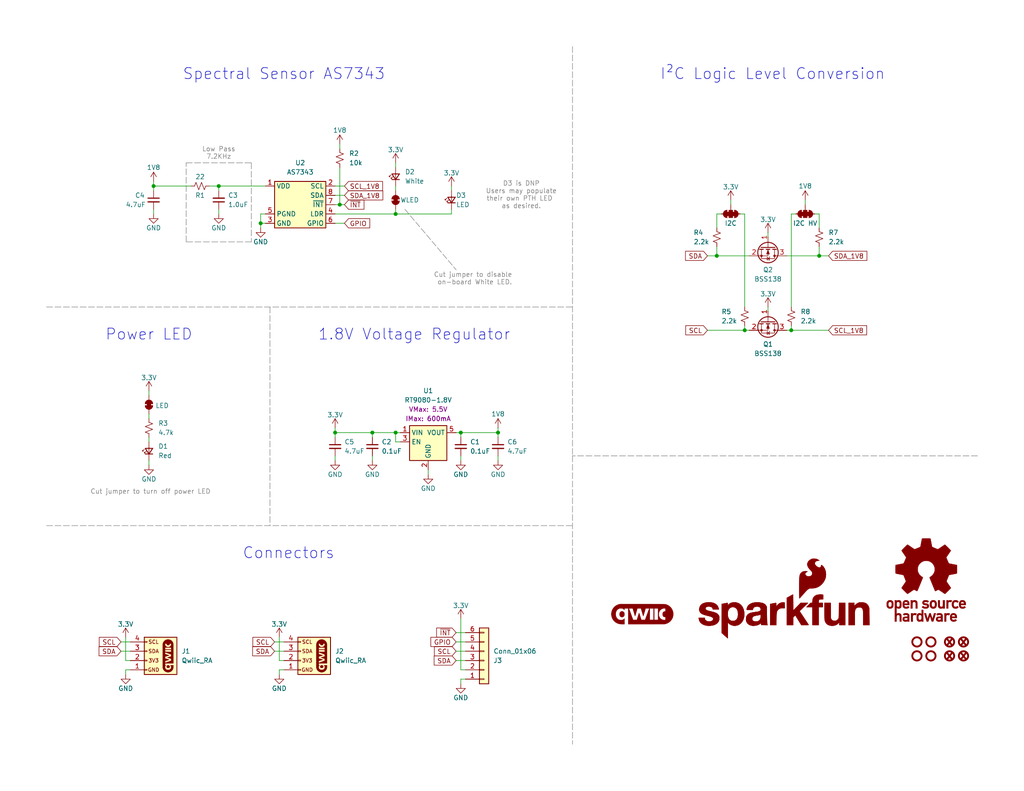
<source format=kicad_sch>
(kicad_sch (version 20250114) (generator "eeschema") (generator_version "9.0")
  (paper "USLetter")
  (title_block (title "SparkFun Spectral Sensor Breakout AS7353 Qwiic") (date "2025-04-01") (rev "v01") (comment 1 "Based off the AS726X by N. Seidle") (comment 2 "Designed by: P. Lewis"))
  (lib_symbols
    (symbol "AS7343:AS7343"
      (property "Reference" "U" (at 0 7.62 0))
      (property "Value" "AS7343" (at 0 -7.874 0))
      (symbol "AS7343_1_1"
        (pin power_in line (at -8.89 5.08 0) (length 2.54) (name "VDD") (number "1"))
        (pin power_in line (at -8.89 -2.54 0) (length 2.54) (name "PGND") (number "5"))
        (pin power_in line (at -8.89 -5.08 0) (length 2.54) (name "GND") (number "3"))
        (pin input line (at 10.16 5.08 180) (length 2.54) (name "SCL") (number "2"))
        (pin bidirectional line (at 10.16 2.54 180) (length 2.54) (name "SDA") (number "8"))
        (pin output line (at 10.16 0 180) (length 2.54) (name "~{INT}") (number "7"))
        (pin output line (at 10.16 -2.54 180) (length 2.54) (name "LDR") (number "4"))
        (pin bidirectional line (at 10.16 -5.08 180) (length 2.54) (name "GPIO") (number "6"))
      )
    )
    (symbol "AS7343:LED_White_3014_LUXEON" (pin_numbers (hide yes)) (pin_names (offset 1.016) (hide yes))
      (property "Reference" "D" (at 0 2.54 0))
      (property "Value" "White" (at 0 -2.54 0))
      (symbol "LED_White_3014_LUXEON_1_1"
        (pin passive line (at -2.54 0 0) (length 1.778) (name "K") (number "1"))
        (pin passive line (at 2.54 0 180) (length 1.778) (name "A") (number "2"))
      )
    )
    (symbol "SparkFun-Aesthetic:Fiducial_0.5mm"
      (symbol "Fiducial_0.5mm_1_1"
        (text "x" (at 0 0.254 0) (effects (font (size 2.5 2.5) (bold yes))))
      )
    )
    (symbol "SparkFun-Aesthetic:OSHW_Logo" (pin_names (offset 1.016)) (in_bom no))
    (symbol "SparkFun-Aesthetic:SparkFun_Logo" (pin_names (offset 1.016)) (on_board no))
    (symbol "SparkFun-Aesthetic:qwiic_Logo" (pin_names (offset 1.016)) (on_board no))
    (symbol "SparkFun-Capacitor:0.1uF_0603_25V_20%" (pin_numbers (hide yes)) (pin_names (offset 0.254))
      (property "Reference" "C" (at 0.635 2.54 0))
      (property "Value" "0.1uF" (at 0.635 -2.54 0))
      (property "Voltage" "25V" (at 0 -6.35 0))
      (property "Tolerance" "20%" (at 0 -8.89 0))
      (symbol "0.1uF_0603_25V_20%_1_1"
        (pin passive line (at 0 2.54 270) (length 2.032) (name "~") (number "1"))
        (pin passive line (at 0 -2.54 90) (length 2.032) (name "~") (number "2"))
      )
    )
    (symbol "SparkFun-Capacitor:1.0uF_0603_16V_10%" (pin_numbers (hide yes)) (pin_names (offset 0.254))
      (property "Reference" "C" (at 0.635 2.54 0))
      (property "Value" "1.0uF" (at 0.635 -2.54 0))
      (property "Voltage" "16V" (at 0 -6.35 0))
      (property "Tolerance" "10%" (at 0 -8.89 0))
      (symbol "1.0uF_0603_16V_10%_1_1"
        (pin passive line (at 0 2.54 270) (length 2.032) (name "~") (number "1"))
        (pin passive line (at 0 -2.54 90) (length 2.032) (name "~") (number "2"))
      )
    )
    (symbol "SparkFun-Capacitor:4.7uF_0603_35V_20%" (pin_numbers (hide yes)) (pin_names (offset 0.254))
      (property "Reference" "C" (at 0.635 2.54 0))
      (property "Value" "4.7uF" (at 0.635 -2.54 0))
      (property "Voltage" "35V" (at 0 -6.35 0))
      (property "Tolerance" "20%" (at 0 -8.89 0))
      (symbol "4.7uF_0603_35V_20%_1_1"
        (pin passive line (at 0 2.54 270) (length 2.032) (name "~") (number "1"))
        (pin passive line (at 0 -2.54 90) (length 2.032) (name "~") (number "2"))
      )
    )
    (symbol "SparkFun-Connector:Conn_01x06" (pin_names (offset 1.016) (hide yes))
      (property "Reference" "J" (at 0 7.62 0))
      (property "Value" "Conn_01x06" (at 0 -10.16 0))
      (symbol "Conn_01x06_1_1"
        (pin passive line (at -5.08 5.08 0) (length 3.81) (name "Pin_1") (number "1"))
        (pin passive line (at -5.08 2.54 0) (length 3.81) (name "Pin_2") (number "2"))
        (pin passive line (at -5.08 0 0) (length 3.81) (name "Pin_3") (number "3"))
        (pin passive line (at -5.08 -2.54 0) (length 3.81) (name "Pin_4") (number "4"))
        (pin passive line (at -5.08 -5.08 0) (length 3.81) (name "Pin_5") (number "5"))
        (pin passive line (at -5.08 -7.62 0) (length 3.81) (name "Pin_6") (number "6"))
      )
    )
    (symbol "SparkFun-Connector:Qwiic_Right_Angle" (pin_names (offset 1.016) (hide yes))
      (property "Reference" "J" (at 0 5.08 0))
      (property "Value" "Qwiic_RA" (at 0 -7.62 0))
      (symbol "Qwiic_Right_Angle_1_1"
        (text "SCL" (at 1.27 2.54 0) (effects (font (size 1 1))))
        (text "SDA" (at 1.27 0 0) (effects (font (size 1 1))))
        (text "3V3" (at 1.27 -2.54 0) (effects (font (size 1 1))))
        (text "GND" (at 1.27 -5.08 0) (effects (font (size 1 1))))
        (pin passive line (at -5.08 2.54 0) (length 3.81) (name "Pin_4") (number "4"))
        (pin passive line (at -5.08 0 0) (length 3.81) (name "Pin_3") (number "3"))
        (pin passive line (at -5.08 -2.54 0) (length 3.81) (name "Pin_2") (number "2"))
        (pin passive line (at -5.08 -5.08 0) (length 3.81) (name "Pin_1") (number "1"))
        (pin no_connect line (at 5.08 3.81 270) (length 2.54) (hide yes) (name "NC") (number "NC1"))
        (pin no_connect line (at 6.35 3.81 270) (length 2.54) (hide yes) (name "NC") (number "NC2"))
      )
    )
    (symbol "SparkFun-DiscreteSemi:Q_NMOS_0.2A_50V" (pin_names (offset 0) (hide yes))
      (property "Reference" "Q" (at 5.08 1.27 0))
      (property "Value" "BSS138" (at 5.08 -1.27 0))
      (property "IMax" "0.2A" (at 7.62 -3.81 0))
      (property "VMax" "50V" (at 7.62 -6.35 0))
      (symbol "Q_NMOS_0.2A_50V_1_1"
        (pin input line (at -2.54 0 0) (length 0) (name "G") (number "1"))
        (pin passive line (at 2.54 5.08 270) (length 2.54) (name "D") (number "3"))
        (pin passive line (at 2.54 -5.08 90) (length 2.54) (name "S") (number "2"))
      )
    )
    (symbol "SparkFun-Hardware:Standoff")
    (symbol "SparkFun-Jumper:SolderJumper_2_Bridged" (pin_numbers (hide yes)) (pin_names (offset 0) (hide yes))
      (property "Reference" "JP" (at 0 2.032 0))
      (property "Value" "~" (at 0 -2.54 0))
      (symbol "SolderJumper_2_Bridged_1_1"
        (pin passive line (at -2.54 0 0) (length 1.27) (name "A") (number "1"))
        (pin passive line (at 2.54 0 180) (length 1.27) (name "B") (number "2"))
      )
    )
    (symbol "SparkFun-Jumper:SolderJumper_3_Bridged123" (pin_numbers (hide yes)) (pin_names (offset 0) (hide yes))
      (property "Reference" "JP" (at 0 2.54 0))
      (property "Value" "~" (at 3.81 1.27 0))
      (symbol "SolderJumper_3_Bridged123_1_1"
        (pin passive line (at -2.54 0 0) (length 1.27) (name "A") (number "1"))
        (pin passive line (at 0 -2.54 90) (length 1.27) (name "B") (number "2"))
        (pin passive line (at 2.54 0 180) (length 1.27) (name "C") (number "3"))
      )
    )
    (symbol "SparkFun-LED:LED_PTH" (pin_numbers (hide yes)) (pin_names (offset 1.016) (hide yes))
      (property "Reference" "D" (at 0 2.54 0))
      (property "Value" "LED" (at 0 -2.54 0))
      (symbol "LED_PTH_1_1"
        (pin passive line (at -2.54 0 0) (length 1.778) (name "K") (number "1"))
        (pin passive line (at 2.54 0 180) (length 1.778) (name "A") (number "2"))
      )
    )
    (symbol "SparkFun-LED:LED_Red_0603" (pin_numbers (hide yes)) (pin_names (offset 1.016) (hide yes))
      (property "Reference" "D" (at 0 2.54 0))
      (property "Value" "Red" (at 0 -2.54 0))
      (symbol "LED_Red_0603_1_1"
        (pin passive line (at -2.54 0 0) (length 1.778) (name "K") (number "1"))
        (pin passive line (at 2.54 0 180) (length 1.778) (name "A") (number "2"))
      )
    )
    (symbol "SparkFun-PowerSymbol:3.3V" (power) (pin_names (offset 0))
      (property "Value" "3.3V" (at 0 3.81 0))
      (symbol "3.3V_1_1"
        (pin power_in line (at 0 0 90) (length 0) (hide yes) (name "3.3V") (number "1"))
      )
    )
    (symbol "SparkFun-PowerSymbol:GND" (power) (pin_names (offset 0))
      (property "Value" "GND" (at 0 -3.81 0))
      (symbol "GND_1_1"
        (pin power_in line (at 0 0 270) (length 0) (hide yes) (name "GND") (number "1"))
      )
    )
    (symbol "SparkFun-PowerSymbol:VCC" (power) (pin_names (offset 0))
      (property "Value" "VCC" (at 0 3.81 0))
      (symbol "VCC_1_1"
        (pin power_in line (at 0 0 90) (length 0) (hide yes) (name "VCC") (number "1"))
      )
    )
    (symbol "SparkFun-Regulator:RT9080-1.8"
      (property "Reference" "U" (at 0 13.97 0))
      (property "Value" "RT9080-1.8V" (at 0 11.43 0))
      (property "VMax" "5.5V" (at 0 8.89 0) (show_name))
      (property "IMax" "600mA" (at 0 6.35 0) (show_name))
      (symbol "RT9080-1.8_1_1"
        (pin power_in line (at -7.62 2.54 0) (length 2.54) (name "VIN") (number "1"))
        (pin input line (at -7.62 0 0) (length 2.54) (name "EN") (number "3"))
        (pin power_in line (at 0 -7.62 90) (length 2.54) (name "GND") (number "2"))
        (pin no_connect line (at 5.08 0 180) (length 2.54) (hide yes) (name "NC") (number "4"))
        (pin power_out line (at 7.62 2.54 180) (length 2.54) (name "VOUT") (number "5"))
      )
    )
    (symbol "SparkFun-Resistor:10k_0603" (pin_numbers (hide yes)) (pin_names (offset 0))
      (property "Reference" "R" (at 0 -2.54 0))
      (property "Value" "10k" (at 0 2.54 0))
      (symbol "10k_0603_1_1"
        (pin passive line (at -2.54 0 0) (length 1.016) (name "~") (number "1"))
        (pin passive line (at 2.54 0 180) (length 1.016) (name "~") (number "2"))
      )
    )
    (symbol "SparkFun-Resistor:2.2k_0603" (pin_numbers (hide yes)) (pin_names (offset 0))
      (property "Reference" "R" (at 0 -2.54 0))
      (property "Value" "2.2k" (at 0 2.54 0))
      (symbol "2.2k_0603_1_1"
        (pin passive line (at -2.54 0 0) (length 1.016) (name "~") (number "1"))
        (pin passive line (at 2.54 0 180) (length 1.016) (name "~") (number "2"))
      )
    )
    (symbol "SparkFun-Resistor:22_0603" (pin_numbers (hide yes)) (pin_names (offset 0))
      (property "Reference" "R" (at 0 -2.54 0))
      (property "Value" "22" (at 0 2.54 0))
      (symbol "22_0603_1_1"
        (pin passive line (at -2.54 0 0) (length 1.016) (name "~") (number "1"))
        (pin passive line (at 2.54 0 180) (length 1.016) (name "~") (number "2"))
      )
    )
    (symbol "SparkFun-Resistor:4.7k_0603" (pin_numbers (hide yes)) (pin_names (offset 0))
      (property "Reference" "R" (at 0 -2.54 0))
      (property "Value" "4.7k" (at 0 2.54 0))
      (symbol "4.7k_0603_1_1"
        (pin passive line (at -2.54 0 0) (length 1.016) (name "~") (number "1"))
        (pin passive line (at 2.54 0 180) (length 1.016) (name "~") (number "2"))
      )
    )
  )
  (text "Low Pass\n7.2KHz" (at 59.69 41.91 0) (effects (font (size 1.27 1.27))))
  (text "D3 is DNP\nUsers may populate\ntheir own PTH LED \nas desired." (at 142.24 53.34 0) (effects (font (size 1.27 1.27))))
  (text "1.8V Voltage Regulator" (at 113.03 91.44 0) (effects (font (size 3 3))))
  (text "I²C Logic Level Conversion" (at 210.82 20.32 0) (effects (font (size 3 3))))
  (text "Cut jumper to turn off power LED" (at 24.638 135.128 0) (effects (font (size 1.27 1.27)) (justify left bottom)))
  (text "Cut jumper to disable \non-board White LED." (at 129.54 76.2 0) (effects (font (size 1.27 1.27))))
  (text "Power LED" (at 40.64 91.44 0) (effects (font (size 3 3))))
  (text "Connectors" (at 78.74 151.13 0) (effects (font (size 3 3))))
  (text "Spectral Sensor AS7343" (at 77.47 20.32 0) (effects (font (size 3 3))))
  (junction (at 71.12 60.96))
  (junction (at 101.6 118.11))
  (junction (at 41.91 50.8))
  (junction (at 59.69 50.8))
  (junction (at 91.44 118.11))
  (junction (at 107.95 118.11))
  (junction (at 125.73 118.11))
  (junction (at 135.89 118.11))
  (junction (at 223.52 69.85))
  (junction (at 215.9 90.17))
  (junction (at 203.2 90.17))
  (junction (at 107.95 58.42))
  (junction (at 195.58 69.85))
  (junction (at 92.71 55.88))
  (wire (pts (xy 223.52 67.31) (xy 223.52 69.85)))
  (wire (pts (xy 72.39 60.96) (xy 71.12 60.96)))
  (polyline (pts (xy 68.58 44.45) (xy 68.58 66.04)) (stroke (width 0) (type dash) (color 132 132 132 1)))
  (wire (pts (xy 199.39 54.61) (xy 199.39 55.88)))
  (wire (pts (xy 201.93 58.42) (xy 203.2 58.42)))
  (wire (pts (xy 77.47 180.34) (xy 76.2 180.34)))
  (wire (pts (xy 124.46 118.11) (xy 125.73 118.11)))
  (wire (pts (xy 124.46 180.34) (xy 127 180.34)))
  (wire (pts (xy 92.71 55.88) (xy 93.98 55.88)))
  (wire (pts (xy 219.71 54.61) (xy 219.71 55.88)))
  (wire (pts (xy 76.2 173.99) (xy 76.2 180.34)))
  (wire (pts (xy 91.44 119.38) (xy 91.44 118.11)))
  (wire (pts (xy 35.56 182.88) (xy 34.29 182.88)))
  (wire (pts (xy 101.6 118.11) (xy 107.95 118.11)))
  (wire (pts (xy 195.58 58.42) (xy 196.85 58.42)))
  (wire (pts (xy 222.25 58.42) (xy 223.52 58.42)))
  (wire (pts (xy 195.58 69.85) (xy 204.47 69.85)))
  (wire (pts (xy 193.04 69.85) (xy 195.58 69.85)))
  (wire (pts (xy 214.63 90.17) (xy 215.9 90.17)))
  (wire (pts (xy 109.22 120.65) (xy 107.95 120.65)))
  (wire (pts (xy 91.44 124.46) (xy 91.44 125.73)))
  (wire (pts (xy 215.9 58.42) (xy 217.17 58.42)))
  (wire (pts (xy 40.64 119.38) (xy 40.64 120.65)))
  (wire (pts (xy 203.2 58.42) (xy 203.2 83.82)))
  (polyline (pts (xy 68.58 66.04) (xy 50.8 66.04)) (stroke (width 0) (type dash) (color 132 132 132 1)))
  (wire (pts (xy 59.69 50.8) (xy 72.39 50.8)))
  (wire (pts (xy 123.19 50.8) (xy 123.19 52.07)))
  (wire (pts (xy 59.69 50.8) (xy 59.69 52.07)))
  (wire (pts (xy 124.46 177.8) (xy 127 177.8)))
  (wire (pts (xy 223.52 58.42) (xy 223.52 62.23)))
  (wire (pts (xy 74.93 175.26) (xy 77.47 175.26)))
  (wire (pts (xy 71.12 60.96) (xy 71.12 62.23)))
  (wire (pts (xy 33.02 177.8) (xy 35.56 177.8)))
  (polyline (pts (xy 266.7 124.46) (xy 156.21 124.46)) (stroke (width 0) (type dash) (color 132 132 132 1)))
  (wire (pts (xy 101.6 119.38) (xy 101.6 118.11)))
  (wire (pts (xy 35.56 180.34) (xy 34.29 180.34)))
  (wire (pts (xy 92.71 39.37) (xy 92.71 40.64)))
  (wire (pts (xy 92.71 45.72) (xy 92.71 55.88)))
  (wire (pts (xy 125.73 124.46) (xy 125.73 125.73)))
  (wire (pts (xy 223.52 69.85) (xy 226.06 69.85)))
  (wire (pts (xy 195.58 67.31) (xy 195.58 69.85)))
  (wire (pts (xy 41.91 57.15) (xy 41.91 58.42)))
  (wire (pts (xy 127 185.42) (xy 125.73 185.42)))
  (wire (pts (xy 107.95 120.65) (xy 107.95 118.11)))
  (wire (pts (xy 91.44 60.96) (xy 93.98 60.96)))
  (wire (pts (xy 109.22 118.11) (xy 107.95 118.11)))
  (wire (pts (xy 125.73 118.11) (xy 135.89 118.11)))
  (wire (pts (xy 124.46 172.72) (xy 127 172.72)))
  (wire (pts (xy 91.44 50.8) (xy 93.98 50.8)))
  (wire (pts (xy 125.73 185.42) (xy 125.73 186.69)))
  (polyline (pts (xy 110.49 57.15) (xy 124.46 73.66)) (stroke (width 0) (type dash) (color 132 132 132 1)))
  (wire (pts (xy 40.64 125.73) (xy 40.64 127)))
  (wire (pts (xy 72.39 58.42) (xy 71.12 58.42)))
  (wire (pts (xy 57.15 50.8) (xy 59.69 50.8)))
  (wire (pts (xy 74.93 177.8) (xy 77.47 177.8)))
  (wire (pts (xy 203.2 90.17) (xy 204.47 90.17)))
  (wire (pts (xy 127 182.88) (xy 125.73 182.88)))
  (wire (pts (xy 76.2 182.88) (xy 76.2 184.15)))
  (wire (pts (xy 91.44 55.88) (xy 92.71 55.88)))
  (wire (pts (xy 107.95 44.45) (xy 107.95 45.72)))
  (wire (pts (xy 91.44 53.34) (xy 93.98 53.34)))
  (wire (pts (xy 125.73 119.38) (xy 125.73 118.11)))
  (wire (pts (xy 123.19 58.42) (xy 107.95 58.42)))
  (wire (pts (xy 135.89 124.46) (xy 135.89 125.73)))
  (polyline (pts (xy 156.21 12.7) (xy 156.21 124.46)) (stroke (width 0) (type dash) (color 132 132 132 1)))
  (wire (pts (xy 40.64 114.3) (xy 40.64 113.03)))
  (wire (pts (xy 91.44 118.11) (xy 101.6 118.11)))
  (wire (pts (xy 125.73 168.91) (xy 125.73 182.88)))
  (wire (pts (xy 214.63 69.85) (xy 223.52 69.85)))
  (wire (pts (xy 123.19 57.15) (xy 123.19 58.42)))
  (wire (pts (xy 215.9 90.17) (xy 226.06 90.17)))
  (wire (pts (xy 215.9 88.9) (xy 215.9 90.17)))
  (wire (pts (xy 116.84 128.27) (xy 116.84 129.54)))
  (wire (pts (xy 124.46 175.26) (xy 127 175.26)))
  (wire (pts (xy 107.95 58.42) (xy 107.95 57.15)))
  (polyline (pts (xy 50.8 44.45) (xy 68.58 44.45)) (stroke (width 0) (type dash) (color 132 132 132 1)))
  (polyline (pts (xy 12.7 143.51) (xy 156.21 143.51)) (stroke (width 0) (type dash) (color 132 132 132 1)))
  (wire (pts (xy 215.9 83.82) (xy 215.9 58.42)))
  (wire (pts (xy 41.91 50.8) (xy 52.07 50.8)))
  (wire (pts (xy 209.55 83.82) (xy 209.55 85.09)))
  (wire (pts (xy 77.47 182.88) (xy 76.2 182.88)))
  (wire (pts (xy 101.6 124.46) (xy 101.6 125.73)))
  (wire (pts (xy 135.89 119.38) (xy 135.89 118.11)))
  (wire (pts (xy 193.04 90.17) (xy 203.2 90.17)))
  (polyline (pts (xy 50.8 66.04) (xy 50.8 44.45)) (stroke (width 0) (type dash) (color 132 132 132 1)))
  (wire (pts (xy 40.64 106.68) (xy 40.64 107.95)))
  (wire (pts (xy 33.02 175.26) (xy 35.56 175.26)))
  (wire (pts (xy 91.44 116.84) (xy 91.44 118.11)))
  (polyline (pts (xy 73.66 83.82) (xy 73.66 143.51)) (stroke (width 0) (type dash) (color 132 132 132 1)))
  (wire (pts (xy 135.89 118.11) (xy 135.89 116.84)))
  (polyline (pts (xy 156.21 124.46) (xy 156.21 203.2)) (stroke (width 0) (type dash) (color 132 132 132 1)))
  (wire (pts (xy 209.55 63.5) (xy 209.55 64.77)))
  (wire (pts (xy 34.29 173.99) (xy 34.29 180.34)))
  (wire (pts (xy 34.29 182.88) (xy 34.29 184.15)))
  (wire (pts (xy 71.12 58.42) (xy 71.12 60.96)))
  (wire (pts (xy 91.44 58.42) (xy 107.95 58.42)))
  (wire (pts (xy 195.58 62.23) (xy 195.58 58.42)))
  (wire (pts (xy 59.69 57.15) (xy 59.69 58.42)))
  (wire (pts (xy 107.95 50.8) (xy 107.95 52.07)))
  (wire (pts (xy 41.91 50.8) (xy 41.91 49.53)))
  (polyline (pts (xy 12.7 83.82) (xy 156.21 83.82)) (stroke (width 0) (type dash) (color 132 132 132 1)))
  (wire (pts (xy 203.2 88.9) (xy 203.2 90.17)))
  (wire (pts (xy 41.91 50.8) (xy 41.91 52.07)))
  (global_label "SDA" (shape input) (at 124.46 180.34 180) (property "Intersheetrefs" "${INTERSHEET_REFS}" (effects (hide yes))))
  (global_label "SCL_1V8" (shape input) (at 226.06 90.17 0) (property "Intersheetrefs" "${INTERSHEET_REFS}" (effects (hide yes))))
  (global_label "GPIO" (shape input) (at 93.98 60.96 0) (property "Intersheetrefs" "${INTERSHEET_REFS}" (effects (hide yes))))
  (global_label "SCL" (shape input) (at 124.46 177.8 180) (property "Intersheetrefs" "${INTERSHEET_REFS}" (effects (hide yes))))
  (global_label "SDA" (shape input) (at 74.93 177.8 180) (property "Intersheetrefs" "${INTERSHEET_REFS}" (effects (hide yes))))
  (global_label "SDA_1V8" (shape input) (at 226.06 69.85 0) (property "Intersheetrefs" "${INTERSHEET_REFS}" (effects (hide yes))))
  (global_label "SDA" (shape input) (at 193.04 69.85 180) (property "Intersheetrefs" "${INTERSHEET_REFS}" (effects (hide yes))))
  (global_label "SCL" (shape input) (at 33.02 175.26 180) (property "Intersheetrefs" "${INTERSHEET_REFS}" (effects (hide yes))))
  (global_label "~{INT}" (shape input) (at 124.46 172.72 180) (property "Intersheetrefs" "${INTERSHEET_REFS}" (effects (hide yes))))
  (global_label "SCL" (shape input) (at 74.93 175.26 180) (property "Intersheetrefs" "${INTERSHEET_REFS}" (effects (hide yes))))
  (global_label "SDA" (shape input) (at 33.02 177.8 180) (property "Intersheetrefs" "${INTERSHEET_REFS}" (effects (hide yes))))
  (global_label "GPIO" (shape input) (at 124.46 175.26 180) (property "Intersheetrefs" "${INTERSHEET_REFS}" (effects (hide yes))))
  (global_label "SCL_1V8" (shape input) (at 93.98 50.8 0) (property "Intersheetrefs" "${INTERSHEET_REFS}" (effects (hide yes))))
  (global_label "SDA_1V8" (shape input) (at 93.98 53.34 0) (property "Intersheetrefs" "${INTERSHEET_REFS}" (effects (hide yes))))
  (global_label "~{INT}" (shape input) (at 93.98 55.88 0) (property "Intersheetrefs" "${INTERSHEET_REFS}" (effects (hide yes))))
  (global_label "SCL" (shape input) (at 193.04 90.17 180) (property "Intersheetrefs" "${INTERSHEET_REFS}" (effects (hide yes))))
  (symbol (lib_id "SparkFun-Capacitor:4.7uF_0603_35V_20%") (at 135.89 121.92 0) (unit 1)
    (property "Reference" "C6" (at 138.43 120.65 0) (effects (justify left)))
    (property "Value" "4.7uF" (at 138.43 123.19 0) (effects (justify left)))
    (property "Footprint" "SparkFun-Capacitor:C_0603_1608Metric" (effects (hide yes)))
    (property "Datasheet" "https://cdn.sparkfun.com/assets/8/a/4/a/5/Kemet_Capacitor_Datasheet.pdf" (effects (hide yes)))
    (property "Description" "Unpolarized capacitor" (effects (hide yes)))
    (property "PROD_ID" "CAP-14106" (effects (hide yes)))
    (property "Voltage" "35V" (effects (hide yes)))
    (property "Tolerance" "20%" (effects (hide yes)))
  )
  (symbol (lib_id "SparkFun-Hardware:Standoff") (at 250.19 179.07 0) (unit 1)
    (property "Reference" "ST4" (effects (hide yes)))
    (property "Value" "Standoff" (effects (hide yes)))
    (property "Footprint" "SparkFun-Hardware:Standoff" (effects (hide yes)))
    (property "Description" "Drill holes for mechanically mounting via screws, standoffs, etc." (effects (hide yes)))
  )
  (symbol (lib_id "SparkFun-PowerSymbol:GND") (at 101.6 125.73 0) (unit 1)
    (property "Reference" "#PWR013" (effects (hide yes)))
    (property "Value" "GND" (at 101.6 129.54 0))
    (property "Description" "Power symbol creates a global label with name \"GND\" , ground" (effects (hide yes)))
  )
  (symbol (lib_id "SparkFun-Resistor:2.2k_0603") (at 195.58 64.77 90) (unit 1)
    (property "Reference" "R4" (at 189.23 63.5 90) (effects (justify right)))
    (property "Value" "2.2k" (at 189.23 66.04 90) (effects (justify right)))
    (property "Footprint" "SparkFun-Resistor:R_0603_1608Metric" (effects (hide yes)))
    (property "Datasheet" "https://www.vishay.com/docs/20035/dcrcwe3.pdf" (effects (hide yes)))
    (property "Description" "Resistor" (effects (hide yes)))
    (property "PROD_ID" "RES-08272" (effects (hide yes)))
  )
  (symbol (lib_id "SparkFun-Resistor:22_0603") (at 54.61 50.8 0) (unit 1)
    (property "Reference" "R1" (at 54.61 53.34 0))
    (property "Value" "22" (at 54.61 48.26 0))
    (property "Footprint" "SparkFun-Resistor:R_0603_1608Metric" (effects (hide yes)))
    (property "Datasheet" "https://www.vishay.com/docs/20035/dcrcwe3.pdf" (effects (hide yes)))
    (property "Description" "Resistor" (effects (hide yes)))
    (property "PROD_ID" "RES-08698" (effects (hide yes)))
  )
  (symbol (lib_id "SparkFun-Resistor:2.2k_0603") (at 223.52 64.77 270) (unit 1)
    (property "Reference" "R7" (at 226.06 63.4999 90) (effects (justify left)))
    (property "Value" "2.2k" (at 226.06 66.0399 90) (effects (justify left)))
    (property "Footprint" "SparkFun-Resistor:R_0603_1608Metric" (effects (hide yes)))
    (property "Datasheet" "https://www.vishay.com/docs/20035/dcrcwe3.pdf" (effects (hide yes)))
    (property "Description" "Resistor" (effects (hide yes)))
    (property "PROD_ID" "RES-08272" (effects (hide yes)))
  )
  (symbol (lib_id "SparkFun-Aesthetic:SparkFun_Logo") (at 213.36 167.64 0) (unit 1) (on_board no)
    (property "Reference" "G2" (effects (hide yes)))
    (property "Value" "SparkFun_Logo" (effects (hide yes)))
    (property "Footprint" "SparkFun-Aesthetic:SparkFun_Logo_8mm" (effects (hide yes)))
  )
  (symbol (lib_id "SparkFun-PowerSymbol:3.3V") (at 123.19 50.8 0) (unit 1)
    (property "Reference" "#PWR018" (effects (hide yes)))
    (property "Value" "3.3V" (at 123.19 47.244 0))
    (property "Description" "Power symbol creates a global label with name \"3.3V\"" (effects (hide yes)))
  )
  (symbol (lib_id "SparkFun-Aesthetic:Fiducial_0.5mm") (at 262.89 175.26 0) (unit 1)
    (property "Reference" "FID3" (effects (hide yes)))
    (property "Value" "Fiducial_0.5mm" (effects (hide yes)))
    (property "Footprint" "SparkFun-Aesthetic:Fiducial_0.5mm_Mask1mm" (effects (hide yes)))
    (property "Description" "Fiducial Marker" (effects (hide yes)))
  )
  (symbol (lib_id "SparkFun-Aesthetic:Fiducial_0.5mm") (at 262.89 179.07 0) (unit 1)
    (property "Reference" "FID4" (effects (hide yes)))
    (property "Value" "Fiducial_0.5mm" (effects (hide yes)))
    (property "Footprint" "SparkFun-Aesthetic:Fiducial_0.5mm_Mask1mm" (effects (hide yes)))
    (property "Description" "Fiducial Marker" (effects (hide yes)))
  )
  (symbol (lib_id "SparkFun-Jumper:SolderJumper_3_Bridged123") (at 219.71 58.42 180) (unit 1)
    (property "Reference" "JP4" (effects (hide yes)))
    (property "Value" "I2C HV" (at 219.71 60.96 0))
    (property "Footprint" "SparkFun-Jumper:Jumper_3_NC-2_Trace" (effects (hide yes)))
    (property "Description" "Solder Jumper, 3-pole, pins 1+2+3 closed/bridged" (effects (hide yes)))
  )
  (symbol (lib_id "SparkFun-Capacitor:4.7uF_0603_35V_20%") (at 91.44 121.92 0) (unit 1)
    (property "Reference" "C5" (at 93.98 120.65 0) (effects (justify left)))
    (property "Value" "4.7uF" (at 93.98 123.19 0) (effects (justify left)))
    (property "Footprint" "SparkFun-Capacitor:C_0603_1608Metric" (effects (hide yes)))
    (property "Datasheet" "https://cdn.sparkfun.com/assets/8/a/4/a/5/Kemet_Capacitor_Datasheet.pdf" (effects (hide yes)))
    (property "Description" "Unpolarized capacitor" (effects (hide yes)))
    (property "PROD_ID" "CAP-14106" (effects (hide yes)))
    (property "Voltage" "35V" (effects (hide yes)))
    (property "Tolerance" "20%" (effects (hide yes)))
  )
  (symbol (lib_id "SparkFun-PowerSymbol:VCC") (at 135.89 116.84 0) (unit 1)
    (property "Reference" "#PWR05" (effects (hide yes)))
    (property "Value" "1V8" (at 135.89 113.03 0))
    (property "Description" "Power symbol creates a global label with name \"VCC\"" (effects (hide yes)))
  )
  (symbol (lib_id "SparkFun-PowerSymbol:GND") (at 125.73 186.69 0) (unit 1)
    (property "Reference" "#PWR0107" (effects (hide yes)))
    (property "Value" "GND" (at 125.73 190.5 0))
    (property "Description" "Power symbol creates a global label with name \"GND\" , ground" (effects (hide yes)))
  )
  (symbol (lib_id "SparkFun-Connector:Conn_01x06") (at 132.08 180.34 0) (mirror x) (unit 1)
    (property "Reference" "J3" (at 134.62 180.3401 0) (effects (justify left)))
    (property "Value" "Conn_01x06" (at 134.62 177.8001 0) (effects (justify left)))
    (property "Footprint" "SparkFun-Connector:1x06" (effects (hide yes)))
    (property "Description" "Basic 0.1\" PTH" (effects (hide yes)))
  )
  (symbol (lib_id "SparkFun-LED:LED_Red_0603") (at 40.64 123.19 90) (unit 1)
    (property "Reference" "D1" (at 43.18 121.8564 90) (effects (justify right)))
    (property "Value" "Red" (at 43.18 124.3964 90) (effects (justify right)))
    (property "Footprint" "SparkFun-LED:LED_0603_1608Metric_Red" (effects (hide yes)))
    (property "Datasheet" "https://docs.broadcom.com/docs/AV02-0551EN" (effects (hide yes)))
    (property "Description" "Light emitting diode" (effects (hide yes)))
    (property "PROD_ID" "DIO-17976" (effects (hide yes)))
  )
  (symbol (lib_id "SparkFun-Jumper:SolderJumper_2_Bridged") (at 107.95 54.61 270) (unit 1)
    (property "Reference" "JP3" (effects (hide yes)))
    (property "Value" "WLED" (at 109.22 54.61 90) (effects (justify left)))
    (property "Footprint" "SparkFun-Jumper:Jumper_2_NC_Trace" (effects (hide yes)))
    (property "Description" "Solder Jumper, 2-pole, closed/bridged" (effects (hide yes)))
  )
  (symbol (lib_id "SparkFun-Hardware:Standoff") (at 254 179.07 0) (unit 1)
    (property "Reference" "ST2" (effects (hide yes)))
    (property "Value" "Standoff" (effects (hide yes)))
    (property "Footprint" "SparkFun-Hardware:Standoff" (effects (hide yes)))
    (property "Description" "Drill holes for mechanically mounting via screws, standoffs, etc." (effects (hide yes)))
  )
  (symbol (lib_id "SparkFun-Resistor:2.2k_0603") (at 215.9 86.36 270) (unit 1)
    (property "Reference" "R8" (at 218.44 85.0899 90) (effects (justify left)))
    (property "Value" "2.2k" (at 218.44 87.6299 90) (effects (justify left)))
    (property "Footprint" "SparkFun-Resistor:R_0603_1608Metric" (effects (hide yes)))
    (property "Datasheet" "https://www.vishay.com/docs/20035/dcrcwe3.pdf" (effects (hide yes)))
    (property "Description" "Resistor" (effects (hide yes)))
    (property "PROD_ID" "RES-08272" (effects (hide yes)))
  )
  (symbol (lib_id "SparkFun-PowerSymbol:VCC") (at 219.71 54.61 0) (unit 1)
    (property "Reference" "#PWR02" (effects (hide yes)))
    (property "Value" "1V8" (at 219.71 50.8 0))
    (property "Description" "Power symbol creates a global label with name \"VCC\"" (effects (hide yes)))
  )
  (symbol (lib_id "SparkFun-Resistor:10k_0603") (at 92.71 43.18 90) (unit 1)
    (property "Reference" "R2" (at 95.25 41.9099 90) (effects (justify right)))
    (property "Value" "10k" (at 95.25 44.4499 90) (effects (justify right)))
    (property "Footprint" "SparkFun-Resistor:R_0603_1608Metric" (effects (hide yes)))
    (property "Datasheet" "https://www.vishay.com/docs/20035/dcrcwe3.pdf" (effects (hide yes)))
    (property "Description" "Resistor" (effects (hide yes)))
    (property "PROD_ID" "RES-00824" (effects (hide yes)))
  )
  (symbol (lib_id "SparkFun-PowerSymbol:GND") (at 125.73 125.73 0) (unit 1)
    (property "Reference" "#PWR011" (effects (hide yes)))
    (property "Value" "GND" (at 125.73 129.54 0))
    (property "Description" "Power symbol creates a global label with name \"GND\" , ground" (effects (hide yes)))
  )
  (symbol (lib_id "SparkFun-Jumper:SolderJumper_3_Bridged123") (at 199.39 58.42 180) (unit 1)
    (property "Reference" "JP2" (effects (hide yes)))
    (property "Value" "I2C" (at 199.39 60.96 0))
    (property "Footprint" "SparkFun-Jumper:Jumper_3_NC-2_Trace" (effects (hide yes)))
    (property "Description" "Solder Jumper, 3-pole, pins 1+2+3 closed/bridged" (effects (hide yes)))
  )
  (symbol (lib_id "SparkFun-Aesthetic:OSHW_Logo") (at 252.73 162.56 0) (unit 1) (in_bom no)
    (property "Reference" "G4" (effects (hide yes)))
    (property "Value" "OSHW_Logo" (effects (hide yes)))
    (property "Footprint" "SparkFun-Aesthetic:Creative_Commons_License" (effects (hide yes)))
  )
  (symbol (lib_id "SparkFun-LED:LED_PTH") (at 123.19 54.61 90) (unit 1)
    (property "Reference" "D3" (at 124.46 53.34 90) (effects (justify right)))
    (property "Value" "LED" (at 124.46 55.88 90) (effects (justify right)))
    (property "Footprint" "SparkFun-Connector:1x02" (effects (hide yes)))
    (property "Description" "Light emitting diode PTH 0.1 inch headers" (effects (hide yes)))
    (property "PROD_ID" "LED-" (effects (hide yes)))
  )
  (symbol (lib_id "SparkFun-Hardware:Standoff") (at 250.19 175.26 0) (unit 1)
    (property "Reference" "ST3" (effects (hide yes)))
    (property "Value" "Standoff" (effects (hide yes)))
    (property "Footprint" "SparkFun-Hardware:Standoff" (effects (hide yes)))
    (property "Description" "Drill holes for mechanically mounting via screws, standoffs, etc." (effects (hide yes)))
  )
  (symbol (lib_id "AS7343:AS7343") (at 81.28 55.88 0) (unit 1)
    (property "Reference" "U2" (at 81.915 44.45 0))
    (property "Value" "AS7343" (at 81.915 46.99 0))
    (property "Footprint" "AS7343:AMS_OLGA-8_2x3.1mm_P0.8mm" (effects (hide yes)))
    (property "Description" "AS7343 Spectral Sensor by AMS" (effects (hide yes)))
  )
  (symbol (lib_id "SparkFun-PowerSymbol:GND") (at 34.29 184.15 0) (unit 1)
    (property "Reference" "#PWR0123" (effects (hide yes)))
    (property "Value" "GND" (at 34.29 187.96 0))
    (property "Description" "Power symbol creates a global label with name \"GND\" , ground" (effects (hide yes)))
  )
  (symbol (lib_id "SparkFun-Regulator:RT9080-1.8") (at 116.84 120.65 0) (unit 1)
    (property "Reference" "U1" (at 116.84 106.68 0))
    (property "Value" "RT9080-1.8V" (at 116.84 109.22 0))
    (property "Footprint" "SparkFun-Semiconductor-Standard:SOT23-5" (effects (hide yes)))
    (property "Datasheet" "https://www.richtek.com/SaveDownload.aspx?specid=RT9080" (effects (hide yes)))
    (property "Description" "600mA low dropout linear regulator, with enable pin, 3.8V-6V input voltage range, 1.8V fixed positive output, SOT-23-5" (effects (hide yes)))
    (property "PROD_ID" "VREG-21045" (effects (hide yes)))
    (property "VMax" "5.5V" (at 116.84 111.76 0) (show_name yes))
    (property "IMax" "600mA" (at 116.84 114.3 0) (show_name yes))
    (property "Iq" "4uA" (effects (hide yes)))
  )
  (symbol (lib_id "SparkFun-PowerSymbol:GND") (at 76.2 184.15 0) (unit 1)
    (property "Reference" "#PWR0105" (effects (hide yes)))
    (property "Value" "GND" (at 76.2 187.96 0))
    (property "Description" "Power symbol creates a global label with name \"GND\" , ground" (effects (hide yes)))
  )
  (symbol (lib_id "SparkFun-Capacitor:4.7uF_0603_35V_20%") (at 41.91 54.61 0) (unit 1)
    (property "Reference" "C4" (at 36.83 53.34 0) (effects (justify left)))
    (property "Value" "4.7uF" (at 34.29 55.88 0) (effects (justify left)))
    (property "Footprint" "SparkFun-Capacitor:C_0603_1608Metric" (effects (hide yes)))
    (property "Datasheet" "https://cdn.sparkfun.com/assets/8/a/4/a/5/Kemet_Capacitor_Datasheet.pdf" (effects (hide yes)))
    (property "Description" "Unpolarized capacitor" (effects (hide yes)))
    (property "PROD_ID" "CAP-14106" (effects (hide yes)))
    (property "Voltage" "35V" (effects (hide yes)))
    (property "Tolerance" "20%" (effects (hide yes)))
  )
  (symbol (lib_id "SparkFun-Hardware:Standoff") (at 254 175.26 0) (unit 1)
    (property "Reference" "ST1" (effects (hide yes)))
    (property "Value" "Standoff" (effects (hide yes)))
    (property "Footprint" "SparkFun-Hardware:Standoff" (effects (hide yes)))
    (property "Description" "Drill holes for mechanically mounting via screws, standoffs, etc." (effects (hide yes)))
  )
  (symbol (lib_id "SparkFun-PowerSymbol:3.3V") (at 40.64 106.68 0) (unit 1)
    (property "Reference" "#PWR010" (effects (hide yes)))
    (property "Value" "3.3V" (at 40.64 103.124 0))
    (property "Description" "Power symbol creates a global label with name \"3.3V\"" (effects (hide yes)))
  )
  (symbol (lib_id "SparkFun-Capacitor:0.1uF_0603_25V_20%") (at 101.6 121.92 0) (unit 1)
    (property "Reference" "C2" (at 104.14 120.65 0) (effects (justify left)))
    (property "Value" "0.1uF" (at 104.14 123.19 0) (effects (justify left)))
    (property "Footprint" "SparkFun-Capacitor:C_0603_1608Metric" (effects (hide yes)))
    (property "Datasheet" "https://cdn.sparkfun.com/assets/8/a/4/a/5/Kemet_Capacitor_Datasheet.pdf" (effects (hide yes)))
    (property "Description" "Unpolarized capacitor" (effects (hide yes)))
    (property "PROD_ID" "CAP-00810" (effects (hide yes)))
    (property "Voltage" "25V" (effects (hide yes)))
    (property "Tolerance" "20%" (effects (hide yes)))
  )
  (symbol (lib_id "AS7343:LED_White_3014_LUXEON") (at 107.95 48.26 90) (unit 1)
    (property "Reference" "D2" (at 110.49 46.9264 90) (effects (justify right)))
    (property "Value" "White" (at 110.49 49.4664 90) (effects (justify right)))
    (property "Footprint" "AS7343:LUXEON_3014_SMD_LED" (effects (hide yes)))
    (property "Datasheet" "https://otmm.lumileds.com/adaptivemedia/770601a40a2e1e11ffbecd7c7e5fae5e34b9d03e" (effects (hide yes)))
    (property "Description" "Light emitting diode" (effects (hide yes)))
    (property "PROD_ID" "DIO-13728" (effects (hide yes)))
  )
  (symbol (lib_id "SparkFun-Resistor:4.7k_0603") (at 40.64 116.84 90) (unit 1)
    (property "Reference" "R3" (at 43.18 115.5699 90) (effects (justify right)))
    (property "Value" "4.7k" (at 43.18 118.1099 90) (effects (justify right)))
    (property "Footprint" "SparkFun-Resistor:R_0603_1608Metric" (effects (hide yes)))
    (property "Datasheet" "https://www.vishay.com/docs/20035/dcrcwe3.pdf" (effects (hide yes)))
    (property "Description" "Resistor" (effects (hide yes)))
    (property "PROD_ID" "RES-07857" (effects (hide yes)))
  )
  (symbol (lib_id "SparkFun-Capacitor:1.0uF_0603_16V_10%") (at 59.69 54.61 180) (unit 1)
    (property "Reference" "C3" (at 62.23 53.3273 0) (effects (justify right)))
    (property "Value" "1.0uF" (at 62.23 55.8673 0) (effects (justify right)))
    (property "Footprint" "SparkFun-Capacitor:C_0603_1608Metric" (effects (hide yes)))
    (property "Datasheet" "https://cdn.sparkfun.com/assets/8/a/4/a/5/Kemet_Capacitor_Datasheet.pdf" (effects (hide yes)))
    (property "Description" "Unpolarized capacitor" (effects (hide yes)))
    (property "PROD_ID" "CAP-13930" (effects (hide yes)))
    (property "Voltage" "16V" (effects (hide yes)))
    (property "Tolerance" "10%" (effects (hide yes)))
  )
  (symbol (lib_id "SparkFun-PowerSymbol:GND") (at 116.84 129.54 0) (unit 1)
    (property "Reference" "#PWR07" (effects (hide yes)))
    (property "Value" "GND" (at 116.84 133.35 0))
    (property "Description" "Power symbol creates a global label with name \"GND\" , ground" (effects (hide yes)))
  )
  (symbol (lib_id "SparkFun-PowerSymbol:GND") (at 41.91 58.42 0) (unit 1)
    (property "Reference" "#PWR015" (effects (hide yes)))
    (property "Value" "GND" (at 41.91 62.23 0))
    (property "Description" "Power symbol creates a global label with name \"GND\" , ground" (effects (hide yes)))
  )
  (symbol (lib_id "SparkFun-PowerSymbol:3.3V") (at 125.73 168.91 0) (unit 1)
    (property "Reference" "#PWR0106" (effects (hide yes)))
    (property "Value" "3.3V" (at 125.73 165.354 0))
    (property "Description" "Power symbol creates a global label with name \"3.3V\"" (effects (hide yes)))
  )
  (symbol (lib_id "SparkFun-Aesthetic:SparkFun_Logo") (at 213.36 167.64 0) (unit 1) (on_board no)
    (property "Reference" "G3" (effects (hide yes)))
    (property "Value" "SparkFun_Logo" (effects (hide yes)))
  )
  (symbol (lib_id "SparkFun-Aesthetic:Fiducial_0.5mm") (at 259.08 175.26 0) (unit 1)
    (property "Reference" "FID1" (effects (hide yes)))
    (property "Value" "Fiducial_0.5mm" (effects (hide yes)))
    (property "Footprint" "SparkFun-Aesthetic:Fiducial_0.5mm_Mask1mm" (effects (hide yes)))
    (property "Description" "Fiducial Marker" (effects (hide yes)))
  )
  (symbol (lib_id "SparkFun-PowerSymbol:3.3V") (at 107.95 44.45 0) (unit 1)
    (property "Reference" "#PWR017" (effects (hide yes)))
    (property "Value" "3.3V" (at 107.95 40.894 0))
    (property "Description" "Power symbol creates a global label with name \"3.3V\"" (effects (hide yes)))
  )
  (symbol (lib_id "SparkFun-Connector:Qwiic_Right_Angle") (at 40.64 177.8 0) (unit 1)
    (property "Reference" "J1" (at 49.53 177.8 0) (effects (justify left)))
    (property "Value" "Qwiic_RA" (at 49.53 180.34 0) (effects (justify left)))
    (property "Footprint" "SparkFun-Connector:JST_SMD_1.0mm-4_Black" (effects (hide yes)))
    (property "Datasheet" "https://www.jst-mfg.com/product/pdf/eng/eSH.pdf" (effects (hide yes)))
    (property "Description" "4 pin JST 1mm polarized connector for I2C" (effects (hide yes)))
    (property "PROD_ID" "CONN-13694" (effects (hide yes)))
  )
  (symbol (lib_id "SparkFun-Jumper:SolderJumper_2_Bridged") (at 40.64 110.49 90) (unit 1)
    (property "Reference" "JP1" (effects (hide yes)))
    (property "Value" "LED" (at 42.418 110.744 90) (effects (justify right)))
    (property "Footprint" "SparkFun-Jumper:Jumper_2_NC_Trace" (effects (hide yes)))
    (property "Description" "Solder Jumper, 2-pole, closed/bridged" (effects (hide yes)))
  )
  (symbol (lib_id "SparkFun-PowerSymbol:3.3V") (at 76.2 173.99 0) (unit 1)
    (property "Reference" "#PWR0108" (effects (hide yes)))
    (property "Value" "3.3V" (at 76.2 170.434 0))
    (property "Description" "Power symbol creates a global label with name \"3.3V\"" (effects (hide yes)))
  )
  (symbol (lib_id "SparkFun-Aesthetic:qwiic_Logo") (at 175.26 167.64 0) (unit 1) (on_board no)
    (property "Reference" "G1" (effects (hide yes)))
    (property "Value" "qwiic_Logo" (effects (hide yes)))
  )
  (symbol (lib_id "SparkFun-PowerSymbol:GND") (at 59.69 58.42 0) (unit 1)
    (property "Reference" "#PWR01" (effects (hide yes)))
    (property "Value" "GND" (at 59.69 62.23 0))
    (property "Description" "Power symbol creates a global label with name \"GND\" , ground" (effects (hide yes)))
  )
  (symbol (lib_id "SparkFun-PowerSymbol:3.3V") (at 209.55 63.5 0) (unit 1)
    (property "Reference" "#PWR03" (effects (hide yes)))
    (property "Value" "3.3V" (at 209.55 59.944 0))
    (property "Description" "Power symbol creates a global label with name \"3.3V\"" (effects (hide yes)))
  )
  (symbol (lib_id "SparkFun-PowerSymbol:VCC") (at 41.91 49.53 0) (unit 1)
    (property "Reference" "#PWR08" (effects (hide yes)))
    (property "Value" "1V8" (at 41.91 45.72 0))
    (property "Description" "Power symbol creates a global label with name \"VCC\"" (effects (hide yes)))
  )
  (symbol (lib_id "SparkFun-PowerSymbol:GND") (at 71.12 62.23 0) (unit 1)
    (property "Reference" "#PWR016" (effects (hide yes)))
    (property "Value" "GND" (at 71.12 66.04 0))
    (property "Description" "Power symbol creates a global label with name \"GND\" , ground" (effects (hide yes)))
  )
  (symbol (lib_id "SparkFun-PowerSymbol:3.3V") (at 199.39 54.61 0) (unit 1)
    (property "Reference" "#PWR0104" (effects (hide yes)))
    (property "Value" "3.3V" (at 199.39 51.054 0))
    (property "Description" "Power symbol creates a global label with name \"3.3V\"" (effects (hide yes)))
  )
  (symbol (lib_id "SparkFun-PowerSymbol:3.3V") (at 209.55 83.82 0) (unit 1)
    (property "Reference" "#PWR04" (effects (hide yes)))
    (property "Value" "3.3V" (at 209.55 80.264 0))
    (property "Description" "Power symbol creates a global label with name \"3.3V\"" (effects (hide yes)))
  )
  (symbol (lib_id "SparkFun-PowerSymbol:3.3V") (at 34.29 173.99 0) (unit 1)
    (property "Reference" "#PWR0124" (effects (hide yes)))
    (property "Value" "3.3V" (at 34.29 170.434 0))
    (property "Description" "Power symbol creates a global label with name \"3.3V\"" (effects (hide yes)))
  )
  (symbol (lib_id "SparkFun-PowerSymbol:GND") (at 135.89 125.73 0) (unit 1)
    (property "Reference" "#PWR012" (effects (hide yes)))
    (property "Value" "GND" (at 135.89 129.54 0))
    (property "Description" "Power symbol creates a global label with name \"GND\" , ground" (effects (hide yes)))
  )
  (symbol (lib_id "SparkFun-Capacitor:0.1uF_0603_25V_20%") (at 125.73 121.92 0) (unit 1)
    (property "Reference" "C1" (at 128.27 120.65 0) (effects (justify left)))
    (property "Value" "0.1uF" (at 128.27 123.19 0) (effects (justify left)))
    (property "Footprint" "SparkFun-Capacitor:C_0603_1608Metric" (effects (hide yes)))
    (property "Datasheet" "https://cdn.sparkfun.com/assets/8/a/4/a/5/Kemet_Capacitor_Datasheet.pdf" (effects (hide yes)))
    (property "Description" "Unpolarized capacitor" (effects (hide yes)))
    (property "PROD_ID" "CAP-00810" (effects (hide yes)))
    (property "Voltage" "25V" (effects (hide yes)))
    (property "Tolerance" "20%" (effects (hide yes)))
  )
  (symbol (lib_id "SparkFun-PowerSymbol:GND") (at 40.64 127 0) (unit 1)
    (property "Reference" "#PWR0122" (effects (hide yes)))
    (property "Value" "GND" (at 40.64 130.81 0))
    (property "Description" "Power symbol creates a global label with name \"GND\" , ground" (effects (hide yes)))
  )
  (symbol (lib_id "SparkFun-DiscreteSemi:Q_NMOS_0.2A_50V") (at 209.55 67.31 270) (unit 1)
    (property "Reference" "Q2" (at 209.55 73.66 90))
    (property "Value" "BSS138" (at 209.55 76.2 90))
    (property "Footprint" "SparkFun-Semiconductor-Standard:SOT23-3" (effects (hide yes)))
    (property "Datasheet" "https://cdn.sparkfun.com/datasheets/BreakoutBoards/BSS138.pdf" (effects (hide yes)))
    (property "Description" "N-MOSFET transistor, drain/gate/source" (effects (hide yes)))
    (property "PROD_ID" "TRANS-00830" (effects (hide yes)))
    (property "IMax" "0.2A" (effects (hide yes)))
    (property "VMax" "50V" (effects (hide yes)))
  )
  (symbol (lib_id "SparkFun-Connector:Qwiic_Right_Angle") (at 82.55 177.8 0) (unit 1)
    (property "Reference" "J2" (at 91.44 177.8 0) (effects (justify left)))
    (property "Value" "Qwiic_RA" (at 91.44 180.34 0) (effects (justify left)))
    (property "Footprint" "SparkFun-Connector:JST_SMD_1.0mm-4_Black" (effects (hide yes)))
    (property "Datasheet" "https://www.jst-mfg.com/product/pdf/eng/eSH.pdf" (effects (hide yes)))
    (property "Description" "4 pin JST 1mm polarized connector for I2C" (effects (hide yes)))
    (property "PROD_ID" "CONN-13694" (effects (hide yes)))
  )
  (symbol (lib_id "SparkFun-Aesthetic:Fiducial_0.5mm") (at 259.08 179.07 0) (unit 1)
    (property "Reference" "FID2" (effects (hide yes)))
    (property "Value" "Fiducial_0.5mm" (effects (hide yes)))
    (property "Footprint" "SparkFun-Aesthetic:Fiducial_0.5mm_Mask1mm" (effects (hide yes)))
    (property "Description" "Fiducial Marker" (effects (hide yes)))
  )
  (symbol (lib_id "SparkFun-PowerSymbol:3.3V") (at 91.44 116.84 0) (unit 1)
    (property "Reference" "#PWR06" (effects (hide yes)))
    (property "Value" "3.3V" (at 91.44 113.284 0))
    (property "Description" "Power symbol creates a global label with name \"3.3V\"" (effects (hide yes)))
  )
  (symbol (lib_id "SparkFun-Resistor:2.2k_0603") (at 203.2 86.36 270) (unit 1)
    (property "Reference" "R5" (at 196.85 85.09 90) (effects (justify left)))
    (property "Value" "2.2k" (at 196.85 87.63 90) (effects (justify left)))
    (property "Footprint" "SparkFun-Resistor:R_0603_1608Metric" (effects (hide yes)))
    (property "Datasheet" "https://www.vishay.com/docs/20035/dcrcwe3.pdf" (effects (hide yes)))
    (property "Description" "Resistor" (effects (hide yes)))
    (property "PROD_ID" "RES-08272" (effects (hide yes)))
  )
  (symbol (lib_id "SparkFun-DiscreteSemi:Q_NMOS_0.2A_50V") (at 209.55 87.63 270) (unit 1)
    (property "Reference" "Q1" (at 209.55 93.98 90))
    (property "Value" "BSS138" (at 209.55 96.52 90))
    (property "Footprint" "SparkFun-Semiconductor-Standard:SOT23-3" (effects (hide yes)))
    (property "Datasheet" "https://cdn.sparkfun.com/datasheets/BreakoutBoards/BSS138.pdf" (effects (hide yes)))
    (property "Description" "N-MOSFET transistor, drain/gate/source" (effects (hide yes)))
    (property "PROD_ID" "TRANS-00830" (effects (hide yes)))
    (property "IMax" "0.2A" (effects (hide yes)))
    (property "VMax" "50V" (effects (hide yes)))
  )
  (symbol (lib_id "SparkFun-PowerSymbol:VCC") (at 92.71 39.37 0) (unit 1)
    (property "Reference" "#PWR09" (effects (hide yes)))
    (property "Value" "1V8" (at 92.71 35.56 0))
    (property "Description" "Power symbol creates a global label with name \"VCC\"" (effects (hide yes)))
  )
  (symbol (lib_id "SparkFun-PowerSymbol:GND") (at 91.44 125.73 0) (unit 1)
    (property "Reference" "#PWR014" (effects (hide yes)))
    (property "Value" "GND" (at 91.44 129.54 0))
    (property "Description" "Power symbol creates a global label with name \"GND\" , ground" (effects (hide yes)))
  )
)
</source>
